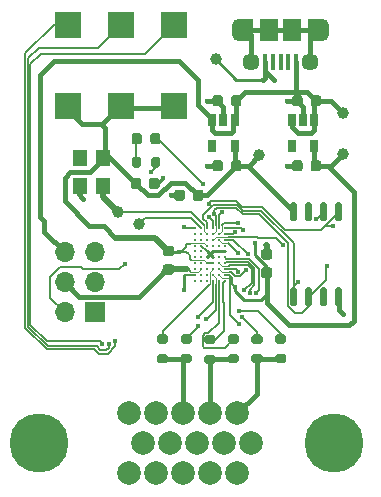
<source format=gbr>
G04 #@! TF.GenerationSoftware,KiCad,Pcbnew,5.1.10-88a1d61d58~88~ubuntu20.04.1*
G04 #@! TF.CreationDate,2021-09-24T12:37:35+02:00*
G04 #@! TF.ProjectId,carrier,63617272-6965-4722-9e6b-696361645f70,0.1*
G04 #@! TF.SameCoordinates,Original*
G04 #@! TF.FileFunction,Copper,L1,Top*
G04 #@! TF.FilePolarity,Positive*
%FSLAX46Y46*%
G04 Gerber Fmt 4.6, Leading zero omitted, Abs format (unit mm)*
G04 Created by KiCad (PCBNEW 5.1.10-88a1d61d58~88~ubuntu20.04.1) date 2021-09-24 12:37:35*
%MOMM*%
%LPD*%
G01*
G04 APERTURE LIST*
G04 #@! TA.AperFunction,SMDPad,CuDef*
%ADD10C,0.270000*%
G04 #@! TD*
G04 #@! TA.AperFunction,ComponentPad*
%ADD11R,1.700000X1.700000*%
G04 #@! TD*
G04 #@! TA.AperFunction,ComponentPad*
%ADD12O,1.700000X1.700000*%
G04 #@! TD*
G04 #@! TA.AperFunction,ComponentPad*
%ADD13C,2.000000*%
G04 #@! TD*
G04 #@! TA.AperFunction,ComponentPad*
%ADD14C,5.000000*%
G04 #@! TD*
G04 #@! TA.AperFunction,SMDPad,CuDef*
%ADD15R,0.650000X1.060000*%
G04 #@! TD*
G04 #@! TA.AperFunction,SMDPad,CuDef*
%ADD16R,1.500000X1.900000*%
G04 #@! TD*
G04 #@! TA.AperFunction,ComponentPad*
%ADD17C,1.450000*%
G04 #@! TD*
G04 #@! TA.AperFunction,SMDPad,CuDef*
%ADD18R,0.400000X1.350000*%
G04 #@! TD*
G04 #@! TA.AperFunction,ComponentPad*
%ADD19O,1.200000X1.900000*%
G04 #@! TD*
G04 #@! TA.AperFunction,SMDPad,CuDef*
%ADD20R,1.200000X1.900000*%
G04 #@! TD*
G04 #@! TA.AperFunction,SMDPad,CuDef*
%ADD21R,2.200000X2.200000*%
G04 #@! TD*
G04 #@! TA.AperFunction,SMDPad,CuDef*
%ADD22R,1.200000X1.400000*%
G04 #@! TD*
G04 #@! TA.AperFunction,SMDPad,CuDef*
%ADD23C,1.000000*%
G04 #@! TD*
G04 #@! TA.AperFunction,ViaPad*
%ADD24C,0.450000*%
G04 #@! TD*
G04 #@! TA.AperFunction,Conductor*
%ADD25C,0.450000*%
G04 #@! TD*
G04 #@! TA.AperFunction,Conductor*
%ADD26C,0.127000*%
G04 #@! TD*
G04 #@! TA.AperFunction,Conductor*
%ADD27C,0.280000*%
G04 #@! TD*
G04 #@! TA.AperFunction,Conductor*
%ADD28C,0.076200*%
G04 #@! TD*
G04 #@! TA.AperFunction,Conductor*
%ADD29C,0.101600*%
G04 #@! TD*
G04 #@! TA.AperFunction,Conductor*
%ADD30C,0.500000*%
G04 #@! TD*
G04 #@! TA.AperFunction,Conductor*
%ADD31C,0.250000*%
G04 #@! TD*
G04 APERTURE END LIST*
G04 #@! TO.P,C9,2*
G04 #@! TO.N,GND*
G04 #@! TA.AperFunction,SMDPad,CuDef*
G36*
G01*
X47980000Y-81825000D02*
X48480000Y-81825000D01*
G75*
G02*
X48705000Y-82050000I0J-225000D01*
G01*
X48705000Y-82500000D01*
G75*
G02*
X48480000Y-82725000I-225000J0D01*
G01*
X47980000Y-82725000D01*
G75*
G02*
X47755000Y-82500000I0J225000D01*
G01*
X47755000Y-82050000D01*
G75*
G02*
X47980000Y-81825000I225000J0D01*
G01*
G37*
G04 #@! TD.AperFunction*
G04 #@! TO.P,C9,1*
G04 #@! TO.N,vdda*
G04 #@! TA.AperFunction,SMDPad,CuDef*
G36*
G01*
X47980000Y-80275000D02*
X48480000Y-80275000D01*
G75*
G02*
X48705000Y-80500000I0J-225000D01*
G01*
X48705000Y-80950000D01*
G75*
G02*
X48480000Y-81175000I-225000J0D01*
G01*
X47980000Y-81175000D01*
G75*
G02*
X47755000Y-80950000I0J225000D01*
G01*
X47755000Y-80500000D01*
G75*
G02*
X47980000Y-80275000I225000J0D01*
G01*
G37*
G04 #@! TD.AperFunction*
G04 #@! TD*
G04 #@! TO.P,C11,2*
G04 #@! TO.N,GND*
G04 #@! TA.AperFunction,SMDPad,CuDef*
G36*
G01*
X56788000Y-81453000D02*
X56288000Y-81453000D01*
G75*
G02*
X56063000Y-81228000I0J225000D01*
G01*
X56063000Y-80778000D01*
G75*
G02*
X56288000Y-80553000I225000J0D01*
G01*
X56788000Y-80553000D01*
G75*
G02*
X57013000Y-80778000I0J-225000D01*
G01*
X57013000Y-81228000D01*
G75*
G02*
X56788000Y-81453000I-225000J0D01*
G01*
G37*
G04 #@! TD.AperFunction*
G04 #@! TO.P,C11,1*
G04 #@! TO.N,vccd*
G04 #@! TA.AperFunction,SMDPad,CuDef*
G36*
G01*
X56788000Y-83003000D02*
X56288000Y-83003000D01*
G75*
G02*
X56063000Y-82778000I0J225000D01*
G01*
X56063000Y-82328000D01*
G75*
G02*
X56288000Y-82103000I225000J0D01*
G01*
X56788000Y-82103000D01*
G75*
G02*
X57013000Y-82328000I0J-225000D01*
G01*
X57013000Y-82778000D01*
G75*
G02*
X56788000Y-83003000I-225000J0D01*
G01*
G37*
G04 #@! TD.AperFunction*
G04 #@! TD*
D10*
G04 #@! TO.P,ASIC1,F10*
G04 #@! TO.N,vdda*
X52980000Y-78750000D03*
G04 #@! TO.P,ASIC1,E10*
G04 #@! TO.N,gpio*
X52480000Y-78750000D03*
G04 #@! TO.P,ASIC1,D10*
G04 #@! TO.N,flash_io0*
X51980000Y-78750000D03*
G04 #@! TO.P,ASIC1,C10*
G04 #@! TO.N,flash_csb*
X51480000Y-78750000D03*
G04 #@! TO.P,ASIC1,B10*
G04 #@! TO.N,resetb*
X50980000Y-78750000D03*
G04 #@! TO.P,ASIC1,A10*
G04 #@! TO.N,vccd*
X50480000Y-78750000D03*
G04 #@! TO.P,ASIC1,F9*
G04 #@! TO.N,mprj_io[2]*
X52980000Y-79250000D03*
G04 #@! TO.P,ASIC1,E9*
G04 #@! TO.N,mprj_io[1]*
X52480000Y-79250000D03*
G04 #@! TO.P,ASIC1,D9*
G04 #@! TO.N,flash_io1*
X51980000Y-79250000D03*
G04 #@! TO.P,ASIC1,C9*
G04 #@! TO.N,clock*
X51480000Y-79250000D03*
G04 #@! TO.P,ASIC1,B9*
G04 #@! TO.N,Net-(U1-PadB9)*
X50980000Y-79250000D03*
G04 #@! TO.P,ASIC1,A9*
G04 #@! TO.N,Net-(U1-PadA9)*
X50480000Y-79250000D03*
G04 #@! TO.P,ASIC1,F8*
G04 #@! TO.N,mprj_io[4]*
X52980000Y-79750000D03*
G04 #@! TO.P,ASIC1,E8*
G04 #@! TO.N,mprj_io[3]*
X52480000Y-79750000D03*
G04 #@! TO.P,ASIC1,D8*
G04 #@! TO.N,flash_clk*
X51980000Y-79750000D03*
G04 #@! TO.P,ASIC1,C8*
G04 #@! TO.N,Net-(U1-PadC8)*
X51480000Y-79750000D03*
G04 #@! TO.P,ASIC1,B8*
G04 #@! TO.N,Net-(U1-PadB8)*
X50980000Y-79750000D03*
G04 #@! TO.P,ASIC1,A8*
G04 #@! TO.N,Net-(U1-PadA8)*
X50480000Y-79750000D03*
G04 #@! TO.P,ASIC1,F7*
G04 #@! TO.N,Net-(U1-PadF7)*
X52980000Y-80250000D03*
G04 #@! TO.P,ASIC1,E7*
G04 #@! TO.N,Net-(U1-PadE7)*
X52480000Y-80250000D03*
G04 #@! TO.P,ASIC1,D7*
G04 #@! TO.N,Net-(U1-PadD7)*
X51980000Y-80250000D03*
G04 #@! TO.P,ASIC1,C7*
G04 #@! TO.N,vdda*
X51480000Y-80250000D03*
G04 #@! TO.P,ASIC1,B7*
G04 #@! TO.N,GND*
X50980000Y-80250000D03*
G04 #@! TO.P,ASIC1,A7*
G04 #@! TO.N,Net-(U1-PadA7)*
X50480000Y-80250000D03*
G04 #@! TO.P,ASIC1,F6*
G04 #@! TO.N,GND*
X52980000Y-80750000D03*
G04 #@! TO.P,ASIC1,E6*
X52480000Y-80750000D03*
G04 #@! TO.P,ASIC1,D6*
X51980000Y-80750000D03*
G04 #@! TO.P,ASIC1,C6*
X51480000Y-80750000D03*
G04 #@! TO.P,ASIC1,B6*
G04 #@! TO.N,Net-(U1-PadB6)*
X50980000Y-80750000D03*
G04 #@! TO.P,ASIC1,A6*
G04 #@! TO.N,Net-(U1-PadA6)*
X50480000Y-80750000D03*
G04 #@! TO.P,ASIC1,F5*
G04 #@! TO.N,mprj_io[8]*
X52980000Y-81250000D03*
G04 #@! TO.P,ASIC1,E5*
G04 #@! TO.N,Net-(U1-PadE5)*
X52480000Y-81250000D03*
G04 #@! TO.P,ASIC1,D5*
G04 #@! TO.N,GND*
X51980000Y-81250000D03*
G04 #@! TO.P,ASIC1,C5*
X51480000Y-81250000D03*
G04 #@! TO.P,ASIC1,B5*
G04 #@! TO.N,Net-(U1-PadB5)*
X50980000Y-81250000D03*
G04 #@! TO.P,ASIC1,A5*
G04 #@! TO.N,Net-(U1-PadA5)*
X50480000Y-81250000D03*
G04 #@! TO.P,ASIC1,F4*
G04 #@! TO.N,mprj_io[10]*
X52980000Y-81750000D03*
G04 #@! TO.P,ASIC1,E4*
G04 #@! TO.N,mprj_io[9]*
X52480000Y-81750000D03*
G04 #@! TO.P,ASIC1,D4*
G04 #@! TO.N,vdda*
X51980000Y-81750000D03*
G04 #@! TO.P,ASIC1,C4*
X51480000Y-81750000D03*
G04 #@! TO.P,ASIC1,B4*
G04 #@! TO.N,Net-(U1-PadB4)*
X50980000Y-81750000D03*
G04 #@! TO.P,ASIC1,A4*
G04 #@! TO.N,Net-(U1-PadA4)*
X50480000Y-81750000D03*
G04 #@! TO.P,ASIC1,F3*
G04 #@! TO.N,mprj_io[12]*
X52980000Y-82250000D03*
G04 #@! TO.P,ASIC1,E3*
G04 #@! TO.N,mprj_io[11]*
X52480000Y-82250000D03*
G04 #@! TO.P,ASIC1,D3*
G04 #@! TO.N,mprj_io[13]*
X51980000Y-82250000D03*
G04 #@! TO.P,ASIC1,C3*
G04 #@! TO.N,Net-(U1-PadC3)*
X51480000Y-82250000D03*
G04 #@! TO.P,ASIC1,B3*
G04 #@! TO.N,GND*
X50980000Y-82250000D03*
G04 #@! TO.P,ASIC1,A3*
G04 #@! TO.N,Net-(U1-PadA3)*
X50480000Y-82250000D03*
G04 #@! TO.P,ASIC1,F2*
G04 #@! TO.N,vccd*
X52980000Y-82750000D03*
G04 #@! TO.P,ASIC1,E2*
G04 #@! TO.N,mprj_io[14]*
X52480000Y-82750000D03*
G04 #@! TO.P,ASIC1,D2*
G04 #@! TO.N,mprj_io[17]*
X51980000Y-82750000D03*
G04 #@! TO.P,ASIC1,C2*
G04 #@! TO.N,Net-(U1-PadC2)*
X51480000Y-82750000D03*
G04 #@! TO.P,ASIC1,B2*
G04 #@! TO.N,Net-(U1-PadB2)*
X50980000Y-82750000D03*
G04 #@! TO.P,ASIC1,A2*
G04 #@! TO.N,vccd*
X50480000Y-82750000D03*
G04 #@! TO.P,ASIC1,F1*
G04 #@! TO.N,mprj_io[15]*
X52980000Y-83250000D03*
G04 #@! TO.P,ASIC1,E1*
G04 #@! TO.N,mprj_io[16]*
X52480000Y-83250000D03*
G04 #@! TO.P,ASIC1,D1*
G04 #@! TO.N,mprj_io[18]*
X51980000Y-83250000D03*
G04 #@! TO.P,ASIC1,C1*
G04 #@! TO.N,Net-(U1-PadC1)*
X51480000Y-83250000D03*
G04 #@! TO.P,ASIC1,B1*
G04 #@! TO.N,Net-(U1-PadB1)*
X50980000Y-83250000D03*
G04 #@! TO.P,ASIC1,A1*
G04 #@! TO.N,Net-(U1-PadA1)*
X50480000Y-83250000D03*
G04 #@! TD*
D11*
G04 #@! TO.P,J1,1*
G04 #@! TO.N,mprj_io[3]*
X42010000Y-85920000D03*
D12*
G04 #@! TO.P,J1,2*
G04 #@! TO.N,mprj_io[2]*
X39470000Y-85920000D03*
G04 #@! TO.P,J1,3*
G04 #@! TO.N,mprj_io[4]*
X42010000Y-83380000D03*
G04 #@! TO.P,J1,4*
G04 #@! TO.N,GND*
X39470000Y-83380000D03*
G04 #@! TO.P,J1,5*
G04 #@! TO.N,mprj_io[1]*
X42010000Y-80840000D03*
G04 #@! TO.P,J1,6*
G04 #@! TO.N,+5V*
X39470000Y-80840000D03*
G04 #@! TD*
D13*
G04 #@! TO.P,J2,7*
G04 #@! TO.N,GND*
X52911000Y-97000000D03*
G04 #@! TO.P,J2,8*
X50625000Y-97000000D03*
G04 #@! TO.P,J2,6*
X55197000Y-97000000D03*
G04 #@! TO.P,J2,9*
G04 #@! TO.N,Net-(J2-Pad9)*
X48339000Y-97000000D03*
G04 #@! TO.P,J2,10*
G04 #@! TO.N,GND*
X46053000Y-97000000D03*
G04 #@! TO.P,J2,3*
G04 #@! TO.N,/blue*
X49480000Y-94460000D03*
G04 #@! TO.P,J2,5*
G04 #@! TO.N,GND*
X44908000Y-94460000D03*
G04 #@! TO.P,J2,1*
G04 #@! TO.N,/red*
X54052000Y-94460000D03*
G04 #@! TO.P,J2,4*
G04 #@! TO.N,Net-(J2-Pad4)*
X47194000Y-94460000D03*
G04 #@! TO.P,J2,2*
G04 #@! TO.N,/green*
X51766000Y-94460000D03*
G04 #@! TO.P,J2,15*
G04 #@! TO.N,Net-(J2-Pad15)*
X44908000Y-99540000D03*
G04 #@! TO.P,J2,14*
G04 #@! TO.N,mprj_io[12]*
X47194000Y-99540000D03*
G04 #@! TO.P,J2,13*
G04 #@! TO.N,mprj_io[11]*
X49480000Y-99540000D03*
G04 #@! TO.P,J2,12*
G04 #@! TO.N,Net-(J2-Pad12)*
X51766000Y-99540000D03*
G04 #@! TO.P,J2,11*
G04 #@! TO.N,Net-(J2-Pad11)*
X54052000Y-99540000D03*
D14*
G04 #@! TO.P,J2,*
G04 #@! TO.N,*
X37235000Y-97000000D03*
X62225000Y-97000000D03*
G04 #@! TD*
G04 #@! TO.P,U2,8*
G04 #@! TO.N,vdda*
G04 #@! TA.AperFunction,SMDPad,CuDef*
G36*
G01*
X58975000Y-78200000D02*
X58675000Y-78200000D01*
G75*
G02*
X58525000Y-78050000I0J150000D01*
G01*
X58525000Y-76750000D01*
G75*
G02*
X58675000Y-76600000I150000J0D01*
G01*
X58975000Y-76600000D01*
G75*
G02*
X59125000Y-76750000I0J-150000D01*
G01*
X59125000Y-78050000D01*
G75*
G02*
X58975000Y-78200000I-150000J0D01*
G01*
G37*
G04 #@! TD.AperFunction*
G04 #@! TO.P,U2,7*
G04 #@! TO.N,Net-(U2-Pad7)*
G04 #@! TA.AperFunction,SMDPad,CuDef*
G36*
G01*
X60245000Y-78200000D02*
X59945000Y-78200000D01*
G75*
G02*
X59795000Y-78050000I0J150000D01*
G01*
X59795000Y-76750000D01*
G75*
G02*
X59945000Y-76600000I150000J0D01*
G01*
X60245000Y-76600000D01*
G75*
G02*
X60395000Y-76750000I0J-150000D01*
G01*
X60395000Y-78050000D01*
G75*
G02*
X60245000Y-78200000I-150000J0D01*
G01*
G37*
G04 #@! TD.AperFunction*
G04 #@! TO.P,U2,6*
G04 #@! TO.N,flash_clk*
G04 #@! TA.AperFunction,SMDPad,CuDef*
G36*
G01*
X61515000Y-78200000D02*
X61215000Y-78200000D01*
G75*
G02*
X61065000Y-78050000I0J150000D01*
G01*
X61065000Y-76750000D01*
G75*
G02*
X61215000Y-76600000I150000J0D01*
G01*
X61515000Y-76600000D01*
G75*
G02*
X61665000Y-76750000I0J-150000D01*
G01*
X61665000Y-78050000D01*
G75*
G02*
X61515000Y-78200000I-150000J0D01*
G01*
G37*
G04 #@! TD.AperFunction*
G04 #@! TO.P,U2,5*
G04 #@! TO.N,flash_io0*
G04 #@! TA.AperFunction,SMDPad,CuDef*
G36*
G01*
X62785000Y-78200000D02*
X62485000Y-78200000D01*
G75*
G02*
X62335000Y-78050000I0J150000D01*
G01*
X62335000Y-76750000D01*
G75*
G02*
X62485000Y-76600000I150000J0D01*
G01*
X62785000Y-76600000D01*
G75*
G02*
X62935000Y-76750000I0J-150000D01*
G01*
X62935000Y-78050000D01*
G75*
G02*
X62785000Y-78200000I-150000J0D01*
G01*
G37*
G04 #@! TD.AperFunction*
G04 #@! TO.P,U2,4*
G04 #@! TO.N,GND*
G04 #@! TA.AperFunction,SMDPad,CuDef*
G36*
G01*
X62785000Y-85400000D02*
X62485000Y-85400000D01*
G75*
G02*
X62335000Y-85250000I0J150000D01*
G01*
X62335000Y-83950000D01*
G75*
G02*
X62485000Y-83800000I150000J0D01*
G01*
X62785000Y-83800000D01*
G75*
G02*
X62935000Y-83950000I0J-150000D01*
G01*
X62935000Y-85250000D01*
G75*
G02*
X62785000Y-85400000I-150000J0D01*
G01*
G37*
G04 #@! TD.AperFunction*
G04 #@! TO.P,U2,3*
G04 #@! TO.N,Net-(U2-Pad3)*
G04 #@! TA.AperFunction,SMDPad,CuDef*
G36*
G01*
X61515000Y-85400000D02*
X61215000Y-85400000D01*
G75*
G02*
X61065000Y-85250000I0J150000D01*
G01*
X61065000Y-83950000D01*
G75*
G02*
X61215000Y-83800000I150000J0D01*
G01*
X61515000Y-83800000D01*
G75*
G02*
X61665000Y-83950000I0J-150000D01*
G01*
X61665000Y-85250000D01*
G75*
G02*
X61515000Y-85400000I-150000J0D01*
G01*
G37*
G04 #@! TD.AperFunction*
G04 #@! TO.P,U2,2*
G04 #@! TO.N,flash_io1*
G04 #@! TA.AperFunction,SMDPad,CuDef*
G36*
G01*
X60245000Y-85400000D02*
X59945000Y-85400000D01*
G75*
G02*
X59795000Y-85250000I0J150000D01*
G01*
X59795000Y-83950000D01*
G75*
G02*
X59945000Y-83800000I150000J0D01*
G01*
X60245000Y-83800000D01*
G75*
G02*
X60395000Y-83950000I0J-150000D01*
G01*
X60395000Y-85250000D01*
G75*
G02*
X60245000Y-85400000I-150000J0D01*
G01*
G37*
G04 #@! TD.AperFunction*
G04 #@! TO.P,U2,1*
G04 #@! TO.N,flash_csb*
G04 #@! TA.AperFunction,SMDPad,CuDef*
G36*
G01*
X58975000Y-85400000D02*
X58675000Y-85400000D01*
G75*
G02*
X58525000Y-85250000I0J150000D01*
G01*
X58525000Y-83950000D01*
G75*
G02*
X58675000Y-83800000I150000J0D01*
G01*
X58975000Y-83800000D01*
G75*
G02*
X59125000Y-83950000I0J-150000D01*
G01*
X59125000Y-85250000D01*
G75*
G02*
X58975000Y-85400000I-150000J0D01*
G01*
G37*
G04 #@! TD.AperFunction*
G04 #@! TD*
D15*
G04 #@! TO.P,U6,5*
G04 #@! TO.N,vdda*
X53830000Y-71850000D03*
G04 #@! TO.P,U6,4*
G04 #@! TO.N,Net-(U6-Pad4)*
X51930000Y-71850000D03*
G04 #@! TO.P,U6,3*
G04 #@! TO.N,+5V*
X51930000Y-69650000D03*
G04 #@! TO.P,U6,2*
G04 #@! TO.N,GND*
X52880000Y-69650000D03*
G04 #@! TO.P,U6,1*
G04 #@! TO.N,+5V*
X53830000Y-69650000D03*
G04 #@! TD*
G04 #@! TO.P,U5,5*
G04 #@! TO.N,vccd*
X60580000Y-71850000D03*
G04 #@! TO.P,U5,4*
G04 #@! TO.N,Net-(U5-Pad4)*
X58680000Y-71850000D03*
G04 #@! TO.P,U5,3*
G04 #@! TO.N,+5V*
X58680000Y-69650000D03*
G04 #@! TO.P,U5,2*
G04 #@! TO.N,GND*
X59630000Y-69650000D03*
G04 #@! TO.P,U5,1*
G04 #@! TO.N,+5V*
X60580000Y-69650000D03*
G04 #@! TD*
G04 #@! TO.P,C7,2*
G04 #@! TO.N,GND*
G04 #@! TA.AperFunction,SMDPad,CuDef*
G36*
G01*
X52830000Y-73243750D02*
X52830000Y-73756250D01*
G75*
G02*
X52611250Y-73975000I-218750J0D01*
G01*
X52173750Y-73975000D01*
G75*
G02*
X51955000Y-73756250I0J218750D01*
G01*
X51955000Y-73243750D01*
G75*
G02*
X52173750Y-73025000I218750J0D01*
G01*
X52611250Y-73025000D01*
G75*
G02*
X52830000Y-73243750I0J-218750D01*
G01*
G37*
G04 #@! TD.AperFunction*
G04 #@! TO.P,C7,1*
G04 #@! TO.N,vdda*
G04 #@! TA.AperFunction,SMDPad,CuDef*
G36*
G01*
X54405000Y-73243750D02*
X54405000Y-73756250D01*
G75*
G02*
X54186250Y-73975000I-218750J0D01*
G01*
X53748750Y-73975000D01*
G75*
G02*
X53530000Y-73756250I0J218750D01*
G01*
X53530000Y-73243750D01*
G75*
G02*
X53748750Y-73025000I218750J0D01*
G01*
X54186250Y-73025000D01*
G75*
G02*
X54405000Y-73243750I0J-218750D01*
G01*
G37*
G04 #@! TD.AperFunction*
G04 #@! TD*
G04 #@! TO.P,C5,2*
G04 #@! TO.N,GND*
G04 #@! TA.AperFunction,SMDPad,CuDef*
G36*
G01*
X52830000Y-67743750D02*
X52830000Y-68256250D01*
G75*
G02*
X52611250Y-68475000I-218750J0D01*
G01*
X52173750Y-68475000D01*
G75*
G02*
X51955000Y-68256250I0J218750D01*
G01*
X51955000Y-67743750D01*
G75*
G02*
X52173750Y-67525000I218750J0D01*
G01*
X52611250Y-67525000D01*
G75*
G02*
X52830000Y-67743750I0J-218750D01*
G01*
G37*
G04 #@! TD.AperFunction*
G04 #@! TO.P,C5,1*
G04 #@! TO.N,+5V*
G04 #@! TA.AperFunction,SMDPad,CuDef*
G36*
G01*
X54405000Y-67743750D02*
X54405000Y-68256250D01*
G75*
G02*
X54186250Y-68475000I-218750J0D01*
G01*
X53748750Y-68475000D01*
G75*
G02*
X53530000Y-68256250I0J218750D01*
G01*
X53530000Y-67743750D01*
G75*
G02*
X53748750Y-67525000I218750J0D01*
G01*
X54186250Y-67525000D01*
G75*
G02*
X54405000Y-67743750I0J-218750D01*
G01*
G37*
G04 #@! TD.AperFunction*
G04 #@! TD*
G04 #@! TO.P,C3,2*
G04 #@! TO.N,GND*
G04 #@! TA.AperFunction,SMDPad,CuDef*
G36*
G01*
X59580000Y-73243750D02*
X59580000Y-73756250D01*
G75*
G02*
X59361250Y-73975000I-218750J0D01*
G01*
X58923750Y-73975000D01*
G75*
G02*
X58705000Y-73756250I0J218750D01*
G01*
X58705000Y-73243750D01*
G75*
G02*
X58923750Y-73025000I218750J0D01*
G01*
X59361250Y-73025000D01*
G75*
G02*
X59580000Y-73243750I0J-218750D01*
G01*
G37*
G04 #@! TD.AperFunction*
G04 #@! TO.P,C3,1*
G04 #@! TO.N,vccd*
G04 #@! TA.AperFunction,SMDPad,CuDef*
G36*
G01*
X61155000Y-73243750D02*
X61155000Y-73756250D01*
G75*
G02*
X60936250Y-73975000I-218750J0D01*
G01*
X60498750Y-73975000D01*
G75*
G02*
X60280000Y-73756250I0J218750D01*
G01*
X60280000Y-73243750D01*
G75*
G02*
X60498750Y-73025000I218750J0D01*
G01*
X60936250Y-73025000D01*
G75*
G02*
X61155000Y-73243750I0J-218750D01*
G01*
G37*
G04 #@! TD.AperFunction*
G04 #@! TD*
G04 #@! TO.P,C1,2*
G04 #@! TO.N,GND*
G04 #@! TA.AperFunction,SMDPad,CuDef*
G36*
G01*
X59580000Y-67743750D02*
X59580000Y-68256250D01*
G75*
G02*
X59361250Y-68475000I-218750J0D01*
G01*
X58923750Y-68475000D01*
G75*
G02*
X58705000Y-68256250I0J218750D01*
G01*
X58705000Y-67743750D01*
G75*
G02*
X58923750Y-67525000I218750J0D01*
G01*
X59361250Y-67525000D01*
G75*
G02*
X59580000Y-67743750I0J-218750D01*
G01*
G37*
G04 #@! TD.AperFunction*
G04 #@! TO.P,C1,1*
G04 #@! TO.N,+5V*
G04 #@! TA.AperFunction,SMDPad,CuDef*
G36*
G01*
X61155000Y-67743750D02*
X61155000Y-68256250D01*
G75*
G02*
X60936250Y-68475000I-218750J0D01*
G01*
X60498750Y-68475000D01*
G75*
G02*
X60280000Y-68256250I0J218750D01*
G01*
X60280000Y-67743750D01*
G75*
G02*
X60498750Y-67525000I218750J0D01*
G01*
X60936250Y-67525000D01*
G75*
G02*
X61155000Y-67743750I0J-218750D01*
G01*
G37*
G04 #@! TD.AperFunction*
G04 #@! TD*
G04 #@! TO.P,C10,1*
G04 #@! TO.N,vdda*
G04 #@! TA.AperFunction,SMDPad,CuDef*
G36*
G01*
X51180000Y-75750000D02*
X51180000Y-76250000D01*
G75*
G02*
X50955000Y-76475000I-225000J0D01*
G01*
X50505000Y-76475000D01*
G75*
G02*
X50280000Y-76250000I0J225000D01*
G01*
X50280000Y-75750000D01*
G75*
G02*
X50505000Y-75525000I225000J0D01*
G01*
X50955000Y-75525000D01*
G75*
G02*
X51180000Y-75750000I0J-225000D01*
G01*
G37*
G04 #@! TD.AperFunction*
G04 #@! TO.P,C10,2*
G04 #@! TO.N,GND*
G04 #@! TA.AperFunction,SMDPad,CuDef*
G36*
G01*
X49630000Y-75750000D02*
X49630000Y-76250000D01*
G75*
G02*
X49405000Y-76475000I-225000J0D01*
G01*
X48955000Y-76475000D01*
G75*
G02*
X48730000Y-76250000I0J225000D01*
G01*
X48730000Y-75750000D01*
G75*
G02*
X48955000Y-75525000I225000J0D01*
G01*
X49405000Y-75525000D01*
G75*
G02*
X49630000Y-75750000I0J-225000D01*
G01*
G37*
G04 #@! TD.AperFunction*
G04 #@! TD*
G04 #@! TO.P,C16,1*
G04 #@! TO.N,vdda*
G04 #@! TA.AperFunction,SMDPad,CuDef*
G36*
G01*
X45030000Y-75250000D02*
X45030000Y-74750000D01*
G75*
G02*
X45255000Y-74525000I225000J0D01*
G01*
X45705000Y-74525000D01*
G75*
G02*
X45930000Y-74750000I0J-225000D01*
G01*
X45930000Y-75250000D01*
G75*
G02*
X45705000Y-75475000I-225000J0D01*
G01*
X45255000Y-75475000D01*
G75*
G02*
X45030000Y-75250000I0J225000D01*
G01*
G37*
G04 #@! TD.AperFunction*
G04 #@! TO.P,C16,2*
G04 #@! TO.N,GND*
G04 #@! TA.AperFunction,SMDPad,CuDef*
G36*
G01*
X46580000Y-75250000D02*
X46580000Y-74750000D01*
G75*
G02*
X46805000Y-74525000I225000J0D01*
G01*
X47255000Y-74525000D01*
G75*
G02*
X47480000Y-74750000I0J-225000D01*
G01*
X47480000Y-75250000D01*
G75*
G02*
X47255000Y-75475000I-225000J0D01*
G01*
X46805000Y-75475000D01*
G75*
G02*
X46580000Y-75250000I0J225000D01*
G01*
G37*
G04 #@! TD.AperFunction*
G04 #@! TD*
G04 #@! TO.P,R1,2*
G04 #@! TO.N,mprj_io[18]*
G04 #@! TA.AperFunction,SMDPad,CuDef*
G36*
G01*
X58005000Y-88575000D02*
X57455000Y-88575000D01*
G75*
G02*
X57255000Y-88375000I0J200000D01*
G01*
X57255000Y-87975000D01*
G75*
G02*
X57455000Y-87775000I200000J0D01*
G01*
X58005000Y-87775000D01*
G75*
G02*
X58205000Y-87975000I0J-200000D01*
G01*
X58205000Y-88375000D01*
G75*
G02*
X58005000Y-88575000I-200000J0D01*
G01*
G37*
G04 #@! TD.AperFunction*
G04 #@! TO.P,R1,1*
G04 #@! TO.N,/red*
G04 #@! TA.AperFunction,SMDPad,CuDef*
G36*
G01*
X58005000Y-90225000D02*
X57455000Y-90225000D01*
G75*
G02*
X57255000Y-90025000I0J200000D01*
G01*
X57255000Y-89625000D01*
G75*
G02*
X57455000Y-89425000I200000J0D01*
G01*
X58005000Y-89425000D01*
G75*
G02*
X58205000Y-89625000I0J-200000D01*
G01*
X58205000Y-90025000D01*
G75*
G02*
X58005000Y-90225000I-200000J0D01*
G01*
G37*
G04 #@! TD.AperFunction*
G04 #@! TD*
G04 #@! TO.P,R2,1*
G04 #@! TO.N,/red*
G04 #@! TA.AperFunction,SMDPad,CuDef*
G36*
G01*
X56005000Y-90225000D02*
X55455000Y-90225000D01*
G75*
G02*
X55255000Y-90025000I0J200000D01*
G01*
X55255000Y-89625000D01*
G75*
G02*
X55455000Y-89425000I200000J0D01*
G01*
X56005000Y-89425000D01*
G75*
G02*
X56205000Y-89625000I0J-200000D01*
G01*
X56205000Y-90025000D01*
G75*
G02*
X56005000Y-90225000I-200000J0D01*
G01*
G37*
G04 #@! TD.AperFunction*
G04 #@! TO.P,R2,2*
G04 #@! TO.N,mprj_io[17]*
G04 #@! TA.AperFunction,SMDPad,CuDef*
G36*
G01*
X56005000Y-88575000D02*
X55455000Y-88575000D01*
G75*
G02*
X55255000Y-88375000I0J200000D01*
G01*
X55255000Y-87975000D01*
G75*
G02*
X55455000Y-87775000I200000J0D01*
G01*
X56005000Y-87775000D01*
G75*
G02*
X56205000Y-87975000I0J-200000D01*
G01*
X56205000Y-88375000D01*
G75*
G02*
X56005000Y-88575000I-200000J0D01*
G01*
G37*
G04 #@! TD.AperFunction*
G04 #@! TD*
G04 #@! TO.P,R3,2*
G04 #@! TO.N,mprj_io[16]*
G04 #@! TA.AperFunction,SMDPad,CuDef*
G36*
G01*
X54005000Y-88575000D02*
X53455000Y-88575000D01*
G75*
G02*
X53255000Y-88375000I0J200000D01*
G01*
X53255000Y-87975000D01*
G75*
G02*
X53455000Y-87775000I200000J0D01*
G01*
X54005000Y-87775000D01*
G75*
G02*
X54205000Y-87975000I0J-200000D01*
G01*
X54205000Y-88375000D01*
G75*
G02*
X54005000Y-88575000I-200000J0D01*
G01*
G37*
G04 #@! TD.AperFunction*
G04 #@! TO.P,R3,1*
G04 #@! TO.N,/green*
G04 #@! TA.AperFunction,SMDPad,CuDef*
G36*
G01*
X54005000Y-90225000D02*
X53455000Y-90225000D01*
G75*
G02*
X53255000Y-90025000I0J200000D01*
G01*
X53255000Y-89625000D01*
G75*
G02*
X53455000Y-89425000I200000J0D01*
G01*
X54005000Y-89425000D01*
G75*
G02*
X54205000Y-89625000I0J-200000D01*
G01*
X54205000Y-90025000D01*
G75*
G02*
X54005000Y-90225000I-200000J0D01*
G01*
G37*
G04 #@! TD.AperFunction*
G04 #@! TD*
G04 #@! TO.P,R4,1*
G04 #@! TO.N,/green*
G04 #@! TA.AperFunction,SMDPad,CuDef*
G36*
G01*
X52005000Y-90280001D02*
X51455000Y-90280001D01*
G75*
G02*
X51255000Y-90080001I0J200000D01*
G01*
X51255000Y-89680001D01*
G75*
G02*
X51455000Y-89480001I200000J0D01*
G01*
X52005000Y-89480001D01*
G75*
G02*
X52205000Y-89680001I0J-200000D01*
G01*
X52205000Y-90080001D01*
G75*
G02*
X52005000Y-90280001I-200000J0D01*
G01*
G37*
G04 #@! TD.AperFunction*
G04 #@! TO.P,R4,2*
G04 #@! TO.N,mprj_io[15]*
G04 #@! TA.AperFunction,SMDPad,CuDef*
G36*
G01*
X52005000Y-88630001D02*
X51455000Y-88630001D01*
G75*
G02*
X51255000Y-88430001I0J200000D01*
G01*
X51255000Y-88030001D01*
G75*
G02*
X51455000Y-87830001I200000J0D01*
G01*
X52005000Y-87830001D01*
G75*
G02*
X52205000Y-88030001I0J-200000D01*
G01*
X52205000Y-88430001D01*
G75*
G02*
X52005000Y-88630001I-200000J0D01*
G01*
G37*
G04 #@! TD.AperFunction*
G04 #@! TD*
G04 #@! TO.P,R5,2*
G04 #@! TO.N,mprj_io[14]*
G04 #@! TA.AperFunction,SMDPad,CuDef*
G36*
G01*
X50005000Y-88575000D02*
X49455000Y-88575000D01*
G75*
G02*
X49255000Y-88375000I0J200000D01*
G01*
X49255000Y-87975000D01*
G75*
G02*
X49455000Y-87775000I200000J0D01*
G01*
X50005000Y-87775000D01*
G75*
G02*
X50205000Y-87975000I0J-200000D01*
G01*
X50205000Y-88375000D01*
G75*
G02*
X50005000Y-88575000I-200000J0D01*
G01*
G37*
G04 #@! TD.AperFunction*
G04 #@! TO.P,R5,1*
G04 #@! TO.N,/blue*
G04 #@! TA.AperFunction,SMDPad,CuDef*
G36*
G01*
X50005000Y-90225000D02*
X49455000Y-90225000D01*
G75*
G02*
X49255000Y-90025000I0J200000D01*
G01*
X49255000Y-89625000D01*
G75*
G02*
X49455000Y-89425000I200000J0D01*
G01*
X50005000Y-89425000D01*
G75*
G02*
X50205000Y-89625000I0J-200000D01*
G01*
X50205000Y-90025000D01*
G75*
G02*
X50005000Y-90225000I-200000J0D01*
G01*
G37*
G04 #@! TD.AperFunction*
G04 #@! TD*
G04 #@! TO.P,R6,1*
G04 #@! TO.N,/blue*
G04 #@! TA.AperFunction,SMDPad,CuDef*
G36*
G01*
X48005000Y-90225000D02*
X47455000Y-90225000D01*
G75*
G02*
X47255000Y-90025000I0J200000D01*
G01*
X47255000Y-89625000D01*
G75*
G02*
X47455000Y-89425000I200000J0D01*
G01*
X48005000Y-89425000D01*
G75*
G02*
X48205000Y-89625000I0J-200000D01*
G01*
X48205000Y-90025000D01*
G75*
G02*
X48005000Y-90225000I-200000J0D01*
G01*
G37*
G04 #@! TD.AperFunction*
G04 #@! TO.P,R6,2*
G04 #@! TO.N,mprj_io[13]*
G04 #@! TA.AperFunction,SMDPad,CuDef*
G36*
G01*
X48005000Y-88575000D02*
X47455000Y-88575000D01*
G75*
G02*
X47255000Y-88375000I0J200000D01*
G01*
X47255000Y-87975000D01*
G75*
G02*
X47455000Y-87775000I200000J0D01*
G01*
X48005000Y-87775000D01*
G75*
G02*
X48205000Y-87975000I0J-200000D01*
G01*
X48205000Y-88375000D01*
G75*
G02*
X48005000Y-88575000I-200000J0D01*
G01*
G37*
G04 #@! TD.AperFunction*
G04 #@! TD*
D16*
G04 #@! TO.P,J3,6*
G04 #@! TO.N,Net-(J3-Pad6)*
X56730000Y-62000000D03*
D17*
X60230000Y-64700000D03*
D18*
G04 #@! TO.P,J3,2*
G04 #@! TO.N,Net-(J3-Pad2)*
X58380000Y-64700000D03*
G04 #@! TO.P,J3,1*
G04 #@! TO.N,+5V*
X59030000Y-64700000D03*
G04 #@! TO.P,J3,5*
G04 #@! TO.N,GND*
X56430000Y-64700000D03*
G04 #@! TO.P,J3,4*
G04 #@! TO.N,Net-(J3-Pad4)*
X57080000Y-64700000D03*
G04 #@! TO.P,J3,3*
G04 #@! TO.N,Net-(J3-Pad3)*
X57730000Y-64700000D03*
D17*
G04 #@! TO.P,J3,6*
G04 #@! TO.N,Net-(J3-Pad6)*
X55230000Y-64700000D03*
D16*
X58730000Y-62000000D03*
D19*
X61230000Y-62000000D03*
X54230000Y-62000000D03*
D20*
X54830000Y-62000000D03*
X60630000Y-62000000D03*
G04 #@! TD*
G04 #@! TO.P,D1,1*
G04 #@! TO.N,Net-(D1-Pad1)*
G04 #@! TA.AperFunction,SMDPad,CuDef*
G36*
G01*
X45105000Y-71456250D02*
X45105000Y-70943750D01*
G75*
G02*
X45323750Y-70725000I218750J0D01*
G01*
X45761250Y-70725000D01*
G75*
G02*
X45980000Y-70943750I0J-218750D01*
G01*
X45980000Y-71456250D01*
G75*
G02*
X45761250Y-71675000I-218750J0D01*
G01*
X45323750Y-71675000D01*
G75*
G02*
X45105000Y-71456250I0J218750D01*
G01*
G37*
G04 #@! TD.AperFunction*
G04 #@! TO.P,D1,2*
G04 #@! TO.N,gpio*
G04 #@! TA.AperFunction,SMDPad,CuDef*
G36*
G01*
X46680000Y-71456250D02*
X46680000Y-70943750D01*
G75*
G02*
X46898750Y-70725000I218750J0D01*
G01*
X47336250Y-70725000D01*
G75*
G02*
X47555000Y-70943750I0J-218750D01*
G01*
X47555000Y-71456250D01*
G75*
G02*
X47336250Y-71675000I-218750J0D01*
G01*
X46898750Y-71675000D01*
G75*
G02*
X46680000Y-71456250I0J218750D01*
G01*
G37*
G04 #@! TD.AperFunction*
G04 #@! TD*
G04 #@! TO.P,R7,1*
G04 #@! TO.N,Net-(D1-Pad1)*
G04 #@! TA.AperFunction,SMDPad,CuDef*
G36*
G01*
X45105000Y-73475000D02*
X45105000Y-72925000D01*
G75*
G02*
X45305000Y-72725000I200000J0D01*
G01*
X45705000Y-72725000D01*
G75*
G02*
X45905000Y-72925000I0J-200000D01*
G01*
X45905000Y-73475000D01*
G75*
G02*
X45705000Y-73675000I-200000J0D01*
G01*
X45305000Y-73675000D01*
G75*
G02*
X45105000Y-73475000I0J200000D01*
G01*
G37*
G04 #@! TD.AperFunction*
G04 #@! TO.P,R7,2*
G04 #@! TO.N,GND*
G04 #@! TA.AperFunction,SMDPad,CuDef*
G36*
G01*
X46755000Y-73475000D02*
X46755000Y-72925000D01*
G75*
G02*
X46955000Y-72725000I200000J0D01*
G01*
X47355000Y-72725000D01*
G75*
G02*
X47555000Y-72925000I0J-200000D01*
G01*
X47555000Y-73475000D01*
G75*
G02*
X47355000Y-73675000I-200000J0D01*
G01*
X46955000Y-73675000D01*
G75*
G02*
X46755000Y-73475000I0J200000D01*
G01*
G37*
G04 #@! TD.AperFunction*
G04 #@! TD*
D21*
G04 #@! TO.P,SW1,1*
G04 #@! TO.N,mprj_io[8]*
X48730000Y-61550000D03*
G04 #@! TO.P,SW1,2*
G04 #@! TO.N,vdda*
X48730000Y-68450000D03*
G04 #@! TD*
G04 #@! TO.P,SW2,2*
G04 #@! TO.N,vdda*
X44230000Y-68450000D03*
G04 #@! TO.P,SW2,1*
G04 #@! TO.N,mprj_io[9]*
X44230000Y-61550000D03*
G04 #@! TD*
G04 #@! TO.P,SW3,1*
G04 #@! TO.N,mprj_io[10]*
X39730000Y-61550000D03*
G04 #@! TO.P,SW3,2*
G04 #@! TO.N,vdda*
X39730000Y-68450000D03*
G04 #@! TD*
D22*
G04 #@! TO.P,X1,1*
G04 #@! TO.N,Net-(X1-Pad1)*
X40780000Y-72800000D03*
G04 #@! TO.P,X1,2*
G04 #@! TO.N,GND*
X40780000Y-75200000D03*
G04 #@! TO.P,X1,3*
G04 #@! TO.N,clock*
X42680000Y-75200000D03*
G04 #@! TO.P,X1,4*
G04 #@! TO.N,vdda*
X42680000Y-72800000D03*
G04 #@! TD*
D23*
G04 #@! TO.P,TP1,1*
G04 #@! TO.N,resetb*
X45730000Y-78400000D03*
G04 #@! TD*
G04 #@! TO.P,TP6,1*
G04 #@! TO.N,clock*
X43930000Y-77400000D03*
G04 #@! TD*
G04 #@! TO.P,TP9,1*
G04 #@! TO.N,vccd*
X62980000Y-72500000D03*
G04 #@! TD*
G04 #@! TO.P,TP10,1*
G04 #@! TO.N,+5V*
X62980000Y-69000000D03*
G04 #@! TD*
G04 #@! TO.P,TP11,1*
G04 #@! TO.N,vdda*
X55930000Y-72600000D03*
G04 #@! TD*
G04 #@! TO.P,TP12,1*
G04 #@! TO.N,GND*
X52230000Y-64500000D03*
G04 #@! TD*
D24*
G04 #@! TO.N,GND*
X51480000Y-68000000D03*
X58230000Y-73500000D03*
X58230000Y-68000000D03*
X56230000Y-66250000D03*
X46730000Y-74000000D03*
X47730000Y-74500000D03*
X51730000Y-81000000D03*
X49831394Y-82200000D03*
X57130000Y-66200000D03*
X62980000Y-86077790D03*
X56530000Y-80200000D03*
X41029996Y-76300000D03*
X51480000Y-73500000D03*
X48430000Y-75999986D03*
G04 #@! TO.N,vccd*
X55530000Y-80000000D03*
X53863387Y-83760937D03*
X49530000Y-84000000D03*
X49530000Y-78700000D03*
G04 #@! TO.N,vdda*
X54530000Y-78900000D03*
X49134000Y-80800000D03*
G04 #@! TO.N,flash_io0*
X62130000Y-78600000D03*
X51629998Y-77800000D03*
X51630000Y-76700000D03*
G04 #@! TO.N,flash_csb*
X59230000Y-83300000D03*
G04 #@! TO.N,mprj_io[2]*
X44530000Y-81800000D03*
X53841843Y-79136643D03*
G04 #@! TO.N,mprj_io[1]*
X54130000Y-78332708D03*
G04 #@! TO.N,flash_io1*
X61630000Y-82000000D03*
X52119023Y-77597949D03*
G04 #@! TO.N,mprj_io[4]*
X54930000Y-81000000D03*
G04 #@! TO.N,mprj_io[3]*
X54122118Y-80892104D03*
G04 #@! TO.N,flash_clk*
X60730000Y-78000000D03*
X57930000Y-80200000D03*
G04 #@! TO.N,mprj_io[8]*
X42630000Y-88599994D03*
X55631896Y-84275476D03*
G04 #@! TO.N,mprj_io[10]*
X43730000Y-88300000D03*
X55106311Y-84301154D03*
G04 #@! TO.N,mprj_io[9]*
X43155227Y-88567820D03*
X54649596Y-84039792D03*
G04 #@! TO.N,mprj_io[12]*
X54155828Y-82458394D03*
G04 #@! TO.N,mprj_io[11]*
X54830000Y-82300000D03*
G04 #@! TO.N,mprj_io[14]*
X54230000Y-86900000D03*
X50730000Y-87100000D03*
G04 #@! TO.N,mprj_io[17]*
X54437434Y-86316808D03*
X51430000Y-86500000D03*
G04 #@! TO.N,mprj_io[18]*
X54224587Y-85835564D03*
X50713846Y-86297608D03*
G04 #@! TO.N,gpio*
X51130000Y-75000000D03*
X52730000Y-77400000D03*
G04 #@! TD*
D25*
G04 #@! TO.N,GND*
X52392500Y-68000000D02*
X51480000Y-68000000D01*
X59142500Y-73500000D02*
X58230000Y-73500000D01*
X59142500Y-68000000D02*
X58230000Y-68000000D01*
X52880000Y-69650000D02*
X52880000Y-68487492D01*
X52880000Y-68487492D02*
X52392508Y-68000000D01*
X59630000Y-69650000D02*
X59630000Y-68487500D01*
X59630000Y-68487500D02*
X59142506Y-68000006D01*
X56430000Y-66050000D02*
X56230000Y-66250000D01*
X56430000Y-64700000D02*
X56430000Y-66050000D01*
D26*
X47155000Y-73575000D02*
X46730000Y-74000000D01*
X47155000Y-73200000D02*
X47155000Y-73575000D01*
D27*
X47230000Y-75000000D02*
X47730000Y-74500000D01*
X47030000Y-75000000D02*
X47230000Y-75000000D01*
D26*
X50980000Y-80250000D02*
X51480000Y-80750000D01*
D27*
X51730000Y-81000000D02*
X51980000Y-81250000D01*
X51480000Y-81250000D02*
X51730000Y-81000000D01*
X51480000Y-80750000D02*
X51730000Y-81000000D01*
X51980000Y-80750000D02*
X51730000Y-81000000D01*
X51980000Y-80750000D02*
X52280000Y-80750000D01*
X52280000Y-80750000D02*
X52480000Y-80750000D01*
X52480000Y-80750000D02*
X52980000Y-80750000D01*
D28*
X50730699Y-82499301D02*
X50130699Y-82499301D01*
D29*
X50980000Y-82250000D02*
X50730699Y-82499301D01*
D25*
X52392500Y-73500000D02*
X52156210Y-73500000D01*
D26*
X50130699Y-82499301D02*
X49831398Y-82200000D01*
X49831398Y-82200000D02*
X49831394Y-82200000D01*
D25*
X56430000Y-65500000D02*
X57130000Y-66200000D01*
X56430000Y-64700000D02*
X56430000Y-65500000D01*
X62635000Y-84600000D02*
X62635000Y-85732790D01*
X62635000Y-85732790D02*
X62980000Y-86077790D01*
D30*
X56538000Y-80208000D02*
X56530000Y-80200000D01*
X56538000Y-81003000D02*
X56538000Y-80208000D01*
D25*
X40630000Y-75270000D02*
X40630000Y-75900004D01*
X40630000Y-75900004D02*
X41029996Y-76300000D01*
D30*
X48130000Y-82200000D02*
X47830000Y-82500000D01*
X49831394Y-82200000D02*
X48130000Y-82200000D01*
D31*
X53980000Y-66250000D02*
X56230000Y-66250000D01*
X52230000Y-64500000D02*
X53980000Y-66250000D01*
D25*
X52392500Y-73500000D02*
X51480000Y-73500000D01*
X49180000Y-76000000D02*
X48430000Y-76000000D01*
X48430000Y-76000000D02*
X48430000Y-75999986D01*
X45730000Y-84600000D02*
X47830000Y-82500000D01*
X40690000Y-84600000D02*
X45730000Y-84600000D01*
X39470000Y-83380000D02*
X40690000Y-84600000D01*
G04 #@! TO.N,+5V*
X59941290Y-67223790D02*
X60717500Y-68000000D01*
X53967500Y-68000000D02*
X54743710Y-67223790D01*
X59030000Y-67050000D02*
X59203790Y-67223790D01*
X59203790Y-67223790D02*
X59941290Y-67223790D01*
X59030000Y-64700000D02*
X59030000Y-67050000D01*
X54743710Y-67223790D02*
X59203790Y-67223790D01*
X60580000Y-68137500D02*
X60717500Y-68000000D01*
X60580000Y-69650000D02*
X60580000Y-68137500D01*
X51930000Y-69650000D02*
X51930000Y-70450000D01*
X60282838Y-70750000D02*
X60580000Y-70452838D01*
X60580000Y-70452838D02*
X60580000Y-69650000D01*
X59209039Y-70750000D02*
X60282838Y-70750000D01*
X58680000Y-70220961D02*
X59209039Y-70750000D01*
X58680000Y-69650000D02*
X58680000Y-70220961D01*
X53967500Y-69512500D02*
X53830000Y-69650000D01*
X53967500Y-68000000D02*
X53967500Y-69512500D01*
X37330000Y-65800000D02*
X37330000Y-77800000D01*
X49130000Y-64600000D02*
X38530000Y-64600000D01*
X37330000Y-77800000D02*
X37730000Y-78200000D01*
X50730000Y-66200000D02*
X49130000Y-64600000D01*
X50730000Y-68359071D02*
X50730000Y-66200000D01*
X38530000Y-64600000D02*
X37330000Y-65800000D01*
X51930000Y-69559071D02*
X50730000Y-68359071D01*
X51930000Y-70450000D02*
X51930000Y-69559071D01*
X37730000Y-79100000D02*
X39470000Y-80840000D01*
X37730000Y-78200000D02*
X37730000Y-79100000D01*
X61980000Y-68000000D02*
X62980000Y-69000000D01*
X60717500Y-68000000D02*
X61980000Y-68000000D01*
X53730000Y-70528778D02*
X53730000Y-69750000D01*
X53730000Y-69750000D02*
X53830000Y-69650000D01*
X53544389Y-70714389D02*
X53730000Y-70528778D01*
X52194389Y-70714389D02*
X53544389Y-70714389D01*
X51930000Y-70450000D02*
X52194389Y-70714389D01*
G04 #@! TO.N,vccd*
X60717500Y-73500000D02*
X61155000Y-73500000D01*
X60717500Y-73500000D02*
X61980000Y-73500000D01*
X61980000Y-73500000D02*
X62980000Y-72500000D01*
X60580000Y-71850000D02*
X60580000Y-73362500D01*
X60580000Y-73362500D02*
X60717500Y-73500000D01*
D26*
X49580000Y-82750000D02*
X50480000Y-82750000D01*
X49530000Y-82800000D02*
X49580000Y-82750000D01*
D25*
X56538000Y-85080000D02*
X56538000Y-82553000D01*
X58458000Y-87000000D02*
X56538000Y-85080000D01*
X63904000Y-86626000D02*
X63530000Y-87000000D01*
X61722000Y-73500000D02*
X63904000Y-75682000D01*
X63530000Y-87000000D02*
X58458000Y-87000000D01*
X63904000Y-75682000D02*
X63904000Y-86626000D01*
X60717500Y-73500000D02*
X61722000Y-73500000D01*
D31*
X56538000Y-82553000D02*
X56538000Y-84318000D01*
X54610252Y-84826000D02*
X53863387Y-84079135D01*
X56538000Y-84318000D02*
X56030000Y-84826000D01*
X56030000Y-84826000D02*
X54610252Y-84826000D01*
X53863387Y-84079135D02*
X53863387Y-83760937D01*
X55530000Y-81095000D02*
X55530000Y-80000000D01*
D26*
X53638388Y-83535938D02*
X53863387Y-83760937D01*
X53380000Y-82750000D02*
X53638388Y-83008388D01*
X52980000Y-82750000D02*
X53380000Y-82750000D01*
D31*
X56538000Y-82553000D02*
X56538000Y-82103000D01*
D26*
X53638388Y-83008388D02*
X53638388Y-83535938D01*
D31*
X56538000Y-82103000D02*
X55530000Y-81095000D01*
D26*
X49580000Y-78750000D02*
X49530000Y-78700000D01*
X50480000Y-78750000D02*
X49580000Y-78750000D01*
D31*
X49530000Y-82800000D02*
X49530000Y-84000000D01*
D25*
G04 #@! TO.N,vdda*
X42830000Y-70325000D02*
X42505000Y-70000000D01*
X42830000Y-72730000D02*
X42830000Y-70325000D01*
X53830000Y-73362500D02*
X53967500Y-73500000D01*
X53830000Y-71850000D02*
X53830000Y-73362500D01*
X51467500Y-76000000D02*
X53967500Y-73500000D01*
X50730000Y-76000000D02*
X51467500Y-76000000D01*
X40930002Y-70000000D02*
X39555001Y-68624999D01*
X42505000Y-70000000D02*
X40930002Y-70000000D01*
X42630000Y-70000000D02*
X44005001Y-68624999D01*
X42505000Y-70000000D02*
X42630000Y-70000000D01*
X44005001Y-68624999D02*
X48455001Y-68624999D01*
X43210000Y-72730000D02*
X45480000Y-75000000D01*
X42830000Y-72730000D02*
X43210000Y-72730000D01*
X55030000Y-73500000D02*
X55930000Y-72600000D01*
X53967500Y-73500000D02*
X55030000Y-73500000D01*
D26*
X51980000Y-81750000D02*
X51480000Y-81750000D01*
D28*
X51230699Y-81500699D02*
X50130699Y-81500699D01*
D29*
X51480000Y-81750000D02*
X51230699Y-81500699D01*
X51480000Y-80250000D02*
X51230000Y-80000000D01*
D28*
X51230000Y-80000000D02*
X50130000Y-80000000D01*
D25*
X54925000Y-73500000D02*
X53967500Y-73500000D01*
X58825000Y-77400000D02*
X54925000Y-73500000D01*
D31*
X48305000Y-80800000D02*
X49230000Y-80800000D01*
D26*
X50030000Y-81400000D02*
X50130000Y-81500000D01*
X50030000Y-81100000D02*
X50030000Y-81400000D01*
X49730000Y-80400000D02*
X49330000Y-80800000D01*
X49730000Y-80100000D02*
X49730000Y-80400000D01*
X50030000Y-80100000D02*
X49730000Y-80100000D01*
X50130000Y-80000000D02*
X50030000Y-80100000D01*
X49330000Y-80800000D02*
X49730000Y-80800000D01*
X50030000Y-81100000D02*
X49930000Y-81000000D01*
X49730000Y-80800000D02*
X49230000Y-80800000D01*
X49930000Y-81000000D02*
X49730000Y-80800000D01*
D25*
X39430000Y-76500000D02*
X39430000Y-74500000D01*
X41560000Y-74000000D02*
X42830000Y-72730000D01*
X41530000Y-78600000D02*
X39430000Y-76500000D01*
X39430000Y-74500000D02*
X39930000Y-74000000D01*
X39930000Y-74000000D02*
X41560000Y-74000000D01*
X42730000Y-78600000D02*
X41530000Y-78600000D01*
D30*
X48305000Y-80800000D02*
X48305000Y-80775000D01*
X47130000Y-79600000D02*
X43730000Y-79600000D01*
X48305000Y-80775000D02*
X47130000Y-79600000D01*
D25*
X43730000Y-79600000D02*
X42730000Y-78600000D01*
X48410000Y-74920000D02*
X47330000Y-76000000D01*
X46480000Y-76000000D02*
X45480000Y-75000000D01*
X47330000Y-76000000D02*
X46480000Y-76000000D01*
X49650000Y-74920000D02*
X48410000Y-74920000D01*
X50730000Y-76000000D02*
X49650000Y-74920000D01*
D26*
X54394702Y-78764702D02*
X54530000Y-78900000D01*
X52980000Y-78750000D02*
X52994702Y-78764702D01*
X52994702Y-78764702D02*
X54394702Y-78764702D01*
G04 #@! TO.N,flash_io0*
X61535000Y-78500000D02*
X62635000Y-77400000D01*
X61635000Y-78600000D02*
X61535000Y-78500000D01*
X62130000Y-78600000D02*
X61635000Y-78600000D01*
X51980000Y-78150002D02*
X51629998Y-77800000D01*
X51980000Y-78750000D02*
X51980000Y-78150002D01*
X53979767Y-76475001D02*
X51854999Y-76475001D01*
X61535000Y-78500000D02*
X61135000Y-78900000D01*
X56183437Y-76953437D02*
X54458203Y-76953437D01*
X51854999Y-76475001D02*
X51630000Y-76700000D01*
X54458203Y-76953437D02*
X53979767Y-76475001D01*
X58130000Y-78900000D02*
X56183437Y-76953437D01*
X61135000Y-78900000D02*
X58130000Y-78900000D01*
G04 #@! TO.N,flash_csb*
X58825000Y-83705000D02*
X59230000Y-83300000D01*
X58825000Y-84600000D02*
X58825000Y-83705000D01*
X54049471Y-76832088D02*
X52037672Y-76832088D01*
X54517383Y-77300000D02*
X54049471Y-76832088D01*
X56086309Y-77300000D02*
X54517383Y-77300000D01*
X58825000Y-80038691D02*
X56086309Y-77300000D01*
X58825000Y-84600000D02*
X58825000Y-80038691D01*
X52037672Y-76832088D02*
X51165298Y-77704462D01*
X51165298Y-77704462D02*
X51165298Y-77975058D01*
X51165298Y-77975058D02*
X51480000Y-78289760D01*
X51480000Y-78289760D02*
X51480000Y-78750000D01*
G04 #@! TO.N,resetb*
X50980000Y-78750000D02*
X50130001Y-77900001D01*
X46229999Y-77900001D02*
X45730000Y-78400000D01*
X50130001Y-77900001D02*
X46229999Y-77900001D01*
G04 #@! TO.N,mprj_io[2]*
X38230000Y-82900000D02*
X38230000Y-84680000D01*
X39030000Y-82100000D02*
X38230000Y-82900000D01*
X40830000Y-82100000D02*
X39030000Y-82100000D01*
X38230000Y-84680000D02*
X39470000Y-85920000D01*
X40980000Y-82250000D02*
X40830000Y-82100000D01*
X44080000Y-82250000D02*
X40980000Y-82250000D01*
X44530000Y-81800000D02*
X44080000Y-82250000D01*
X53728486Y-79250000D02*
X53841843Y-79136643D01*
X52980000Y-79250000D02*
X53728486Y-79250000D01*
D29*
G04 #@! TO.N,mprj_io[1]*
X52480000Y-79250000D02*
X52730000Y-79000000D01*
D28*
X52730000Y-79000000D02*
X52730000Y-78500000D01*
D26*
X52897292Y-78332708D02*
X54130000Y-78332708D01*
X52730000Y-78500000D02*
X52897292Y-78332708D01*
D28*
G04 #@! TO.N,flash_io1*
X52229301Y-79000699D02*
X52229301Y-78500699D01*
D29*
X51980000Y-79250000D02*
X52229301Y-79000699D01*
D26*
X61530000Y-83165000D02*
X60095000Y-84600000D01*
X61530000Y-82100000D02*
X61530000Y-83165000D01*
X61630000Y-82000000D02*
X61530000Y-82100000D01*
X55930000Y-77600000D02*
X54530000Y-77600000D01*
X52363475Y-77035299D02*
X52119023Y-77279751D01*
X52119023Y-77279751D02*
X52119023Y-77597949D01*
X52229301Y-77708227D02*
X52119023Y-77597949D01*
X58330000Y-80000000D02*
X55930000Y-77600000D01*
X52229301Y-78500699D02*
X52229301Y-77708227D01*
X54530000Y-77600000D02*
X53965299Y-77035299D01*
X60095000Y-84600000D02*
X60095000Y-85400000D01*
X53965299Y-77035299D02*
X52363475Y-77035299D01*
X60095000Y-85400000D02*
X59495000Y-86000000D01*
X59495000Y-86000000D02*
X58930000Y-86000000D01*
X58930000Y-86000000D02*
X58330000Y-85400000D01*
X58330000Y-85400000D02*
X58330000Y-80000000D01*
D30*
G04 #@! TO.N,clock*
X42680000Y-76150000D02*
X43930000Y-77400000D01*
X42680000Y-75200000D02*
X42680000Y-76150000D01*
D28*
X51230699Y-79000699D02*
X51230699Y-78500699D01*
X51480000Y-79250000D02*
X51230699Y-79000699D01*
D26*
X50130000Y-77400000D02*
X43930000Y-77400000D01*
X51230699Y-78500699D02*
X50130000Y-77400000D01*
G04 #@! TO.N,mprj_io[4]*
X53680000Y-79750000D02*
X54930000Y-81000000D01*
X52980000Y-79750000D02*
X53680000Y-79750000D01*
D29*
G04 #@! TO.N,mprj_io[3]*
X52480000Y-79750000D02*
X52730000Y-80000000D01*
D28*
X52730000Y-80000000D02*
X53230000Y-80000000D01*
D26*
X54122104Y-80892104D02*
X54122118Y-80892104D01*
X53230000Y-80000000D02*
X54122104Y-80892104D01*
D28*
G04 #@! TO.N,flash_clk*
X52229301Y-79500699D02*
X53229301Y-79500699D01*
D29*
X51980000Y-79750000D02*
X52229301Y-79500699D01*
D26*
X60765000Y-78000000D02*
X61365000Y-77400000D01*
X60730000Y-78000000D02*
X60765000Y-78000000D01*
X57705001Y-79975001D02*
X57930000Y-80200000D01*
X53229301Y-79500699D02*
X53229946Y-79501344D01*
X53229946Y-79501344D02*
X54016900Y-79501344D01*
X55730699Y-79500699D02*
X55830000Y-79600000D01*
X54017545Y-79500699D02*
X55730699Y-79500699D01*
X54016900Y-79501344D02*
X54017545Y-79500699D01*
X57330000Y-79600000D02*
X57705001Y-79975001D01*
X55830000Y-79600000D02*
X57330000Y-79600000D01*
G04 #@! TO.N,mprj_io[8]*
X46280000Y-64000000D02*
X37430000Y-64000000D01*
X36530000Y-64900000D02*
X36530000Y-87000000D01*
X36530000Y-87000000D02*
X37904995Y-88374995D01*
X37904995Y-88374995D02*
X42405001Y-88374995D01*
X42405001Y-88374995D02*
X42630000Y-88599994D01*
X37430000Y-64000000D02*
X36530000Y-64900000D01*
X48730000Y-61550000D02*
X46280000Y-64000000D01*
X55856895Y-84050477D02*
X55631896Y-84275476D01*
X52980000Y-81250000D02*
X53114999Y-81384999D01*
X55029523Y-81384999D02*
X55856895Y-82212371D01*
X53114999Y-81384999D02*
X55029523Y-81384999D01*
X55856895Y-82212371D02*
X55856895Y-84050477D01*
G04 #@! TO.N,mprj_io[10]*
X43730000Y-88800000D02*
X43730000Y-88300000D01*
X43130000Y-89400000D02*
X43730000Y-88800000D01*
X42330000Y-89400000D02*
X43130000Y-89400000D01*
X41930000Y-89000000D02*
X42330000Y-89400000D01*
X36123578Y-63929422D02*
X36123578Y-87193579D01*
X36123578Y-87193579D02*
X37929999Y-89000000D01*
X38503000Y-61550000D02*
X36123578Y-63929422D01*
X37929999Y-89000000D02*
X41930000Y-89000000D01*
X39730000Y-61550000D02*
X38503000Y-61550000D01*
X52980000Y-81750000D02*
X53114999Y-81615001D01*
X54972142Y-81615001D02*
X55497912Y-82140771D01*
X53114999Y-81615001D02*
X54972142Y-81615001D01*
X55497912Y-83591355D02*
X55106311Y-83982956D01*
X55106311Y-83982956D02*
X55106311Y-84301154D01*
X55497912Y-82140771D02*
X55497912Y-83591355D01*
D28*
G04 #@! TO.N,mprj_io[9]*
X52729301Y-81999301D02*
X53329301Y-81999301D01*
D29*
X52480000Y-81750000D02*
X52729301Y-81999301D01*
D26*
X42976543Y-89064702D02*
X43155227Y-88886018D01*
X44230000Y-61550000D02*
X42280000Y-63500000D01*
X38002052Y-88784670D02*
X42174910Y-88784670D01*
X36326789Y-87109407D02*
X38002052Y-88784670D01*
X37230000Y-63500000D02*
X36326789Y-64403211D01*
X36326789Y-64403211D02*
X36326789Y-87109407D01*
X42280000Y-63500000D02*
X37230000Y-63500000D01*
X42454942Y-89064702D02*
X42976543Y-89064702D01*
X42174910Y-88784670D02*
X42454942Y-89064702D01*
X43155227Y-88886018D02*
X43155227Y-88567820D01*
X55294701Y-82224943D02*
X55294701Y-83394687D01*
X55294701Y-83394687D02*
X54649596Y-84039792D01*
X53393303Y-81935299D02*
X55005057Y-81935299D01*
X55005057Y-81935299D02*
X55294701Y-82224943D01*
X53329301Y-81999301D02*
X53393303Y-81935299D01*
G04 #@! TO.N,mprj_io[12]*
X53947434Y-82250000D02*
X54155828Y-82458394D01*
X52980000Y-82250000D02*
X53947434Y-82250000D01*
D28*
G04 #@! TO.N,mprj_io[11]*
X52729301Y-82499301D02*
X53329301Y-82499301D01*
D29*
X52480000Y-82250000D02*
X52729301Y-82499301D01*
D26*
X53521402Y-82499301D02*
X53858411Y-82836310D01*
X53858411Y-82836310D02*
X54293690Y-82836310D01*
X54293690Y-82836310D02*
X54830000Y-82300000D01*
X53329301Y-82499301D02*
X53521402Y-82499301D01*
D28*
G04 #@! TO.N,mprj_io[13]*
X51730699Y-82499301D02*
X51730699Y-83499301D01*
D29*
X51980000Y-82250000D02*
X51730699Y-82499301D01*
D26*
X47730000Y-87500000D02*
X51730699Y-83499301D01*
X47730000Y-88175000D02*
X47730000Y-87500000D01*
D28*
G04 #@! TO.N,mprj_io[14]*
X52729301Y-82999301D02*
X53329301Y-82999301D01*
D29*
X52480000Y-82750000D02*
X52729301Y-82999301D01*
D26*
X53430000Y-83100000D02*
X53430000Y-86100000D01*
X53430000Y-86100000D02*
X54230000Y-86900000D01*
X53329301Y-82999301D02*
X53430000Y-83100000D01*
X49730000Y-88175000D02*
X50730000Y-87175000D01*
X50730000Y-87175000D02*
X50730000Y-87100000D01*
D29*
G04 #@! TO.N,mprj_io[17]*
X51980000Y-82750000D02*
X52230000Y-83000000D01*
D28*
X52230000Y-83000000D02*
X52230000Y-83500000D01*
D26*
X55730000Y-88175000D02*
X55730000Y-87609374D01*
X55730000Y-87609374D02*
X54437434Y-86316808D01*
X51654999Y-86275001D02*
X51430000Y-86500000D01*
X52230000Y-85700000D02*
X51654999Y-86275001D01*
X52230000Y-83500000D02*
X52230000Y-85700000D01*
G04 #@! TO.N,mprj_io[15]*
X52205000Y-88230001D02*
X51730000Y-88230001D01*
X52930000Y-87505001D02*
X52205000Y-88230001D01*
X52930000Y-85091853D02*
X52930000Y-87505001D01*
X52845001Y-85006854D02*
X52930000Y-85091853D01*
X52845001Y-83384999D02*
X52845001Y-85006854D01*
X52980000Y-83250000D02*
X52845001Y-83384999D01*
G04 #@! TO.N,mprj_io[16]*
X51115290Y-88785290D02*
X51115290Y-87889287D01*
X53005000Y-88900000D02*
X51230000Y-88900000D01*
X51230000Y-88900000D02*
X51115290Y-88785290D01*
X51115290Y-87889287D02*
X51314286Y-87690291D01*
X52480000Y-86826455D02*
X52480000Y-83440918D01*
X52480000Y-83440918D02*
X52480000Y-83250000D01*
X53730000Y-88175000D02*
X53005000Y-88900000D01*
X51314286Y-87690291D02*
X51616164Y-87690291D01*
X51616164Y-87690291D02*
X52480000Y-86826455D01*
G04 #@! TO.N,mprj_io[18]*
X57730000Y-87775000D02*
X55790564Y-85835564D01*
X57730000Y-88175000D02*
X57730000Y-87775000D01*
X55790564Y-85835564D02*
X54224587Y-85835564D01*
X51980000Y-85031454D02*
X50713846Y-86297608D01*
X51980000Y-83250000D02*
X51980000Y-85031454D01*
D25*
G04 #@! TO.N,/red*
X55730000Y-89825000D02*
X57730000Y-89825000D01*
X55730000Y-92782000D02*
X54052000Y-94460000D01*
X55730000Y-89825000D02*
X55730000Y-92782000D01*
G04 #@! TO.N,/green*
X53674999Y-89880001D02*
X53730000Y-89825000D01*
X51730000Y-89880001D02*
X53674999Y-89880001D01*
X51766000Y-89916001D02*
X51730000Y-89880001D01*
X51766000Y-94460000D02*
X51766000Y-89916001D01*
G04 #@! TO.N,/blue*
X47730000Y-89825000D02*
X49730000Y-89825000D01*
X49480000Y-90075000D02*
X49730000Y-89825000D01*
X49480000Y-94460000D02*
X49480000Y-90075000D01*
G04 #@! TO.N,Net-(J3-Pad6)*
X55230000Y-62400000D02*
X54830000Y-62000000D01*
X55230000Y-64700000D02*
X55230000Y-62400000D01*
X60230000Y-62400000D02*
X60630000Y-62000000D01*
X60230000Y-64700000D02*
X60230000Y-62400000D01*
X56730000Y-62000000D02*
X54830000Y-62000000D01*
X56730000Y-62000000D02*
X58730000Y-62000000D01*
X58730000Y-62000000D02*
X60630000Y-62000000D01*
D26*
G04 #@! TO.N,Net-(D1-Pad1)*
X45505000Y-71237500D02*
X45542500Y-71200000D01*
X45505000Y-73200000D02*
X45505000Y-71237500D01*
G04 #@! TO.N,gpio*
X47330000Y-71200000D02*
X47117500Y-71200000D01*
X51130000Y-75000000D02*
X47330000Y-71200000D01*
X52480000Y-78750000D02*
X52480000Y-77650000D01*
X52480000Y-77650000D02*
X52730000Y-77400000D01*
G04 #@! TD*
M02*

</source>
